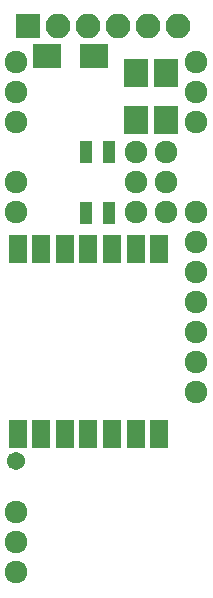
<source format=gts>
G04 #@! TF.FileFunction,Soldermask,Top*
%FSLAX46Y46*%
G04 Gerber Fmt 4.6, Leading zero omitted, Abs format (unit mm)*
G04 Created by KiCad (PCBNEW 4.0.4-stable) date Monday, 09. January 2017 'u29' 17:29:47*
%MOMM*%
%LPD*%
G01*
G04 APERTURE LIST*
%ADD10C,0.200000*%
%ADD11R,2.100000X2.100000*%
%ADD12O,2.100000X2.100000*%
%ADD13R,1.100000X1.850000*%
%ADD14C,1.543000*%
%ADD15R,1.650000X2.400000*%
%ADD16R,2.100000X2.400000*%
%ADD17R,2.400000X2.000000*%
%ADD18C,1.924000*%
G04 APERTURE END LIST*
D10*
D11*
X142240000Y-81026000D03*
D12*
X144780000Y-81026000D03*
X147320000Y-81026000D03*
X149860000Y-81026000D03*
X152400000Y-81026000D03*
X154940000Y-81026000D03*
D13*
X149082000Y-96809000D03*
X149082000Y-91659000D03*
X147082000Y-91659000D03*
X147082000Y-96809000D03*
D14*
X141224000Y-117856000D03*
D15*
X141320000Y-115496000D03*
X143320000Y-115496000D03*
X145320000Y-115496000D03*
X147320000Y-115496000D03*
X149320000Y-115496000D03*
X151320000Y-115496000D03*
X153320000Y-115496000D03*
X149320000Y-99896000D03*
X153320000Y-99896000D03*
X145320000Y-99896000D03*
X143320000Y-99896000D03*
X147320000Y-99896000D03*
X141320000Y-99896000D03*
X151320000Y-99896000D03*
D16*
X153924000Y-84980000D03*
X153924000Y-88980000D03*
X151384000Y-88980000D03*
X151384000Y-84980000D03*
D17*
X147828000Y-83566000D03*
X143828000Y-83566000D03*
D18*
X141224000Y-84074000D03*
X141224000Y-86614000D03*
X141224000Y-94234000D03*
X141224000Y-96774000D03*
X156464000Y-109474000D03*
X156464000Y-106934000D03*
X156464000Y-104394000D03*
X156464000Y-101854000D03*
X156464000Y-89154000D03*
X156464000Y-86614000D03*
X156464000Y-84074000D03*
X153924000Y-91694000D03*
X153924000Y-94234000D03*
X153924000Y-96774000D03*
X151384000Y-91694000D03*
X151384000Y-94234000D03*
X151384000Y-96774000D03*
X141224000Y-124714000D03*
X141224000Y-122174000D03*
X156464000Y-99314000D03*
X156464000Y-96774000D03*
X156464000Y-112014000D03*
X141224000Y-127254000D03*
X141224000Y-89154000D03*
M02*

</source>
